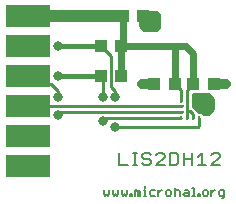
<source format=gtl>
G75*
%MOIN*%
%OFA0B0*%
%FSLAX25Y25*%
%IPPOS*%
%LPD*%
%AMOC8*
5,1,8,0,0,1.08239X$1,22.5*
%
%ADD10C,0.00500*%
%ADD11C,0.00800*%
%ADD12R,0.04134X0.04252*%
%ADD13R,0.15000X0.07600*%
%ADD14R,0.03937X0.04331*%
%ADD15R,0.00984X0.01378*%
%ADD16R,0.01378X0.00984*%
%ADD17C,0.03175*%
%ADD18C,0.01000*%
%ADD19C,0.03200*%
%ADD20C,0.04000*%
%ADD21C,0.02400*%
%ADD22C,0.01600*%
D10*
X0045750Y0007500D02*
X0046200Y0007050D01*
X0046651Y0007500D01*
X0047101Y0007050D01*
X0047552Y0007500D01*
X0047552Y0008852D01*
X0048697Y0008852D02*
X0048697Y0007500D01*
X0049147Y0007050D01*
X0049597Y0007500D01*
X0050048Y0007050D01*
X0050498Y0007500D01*
X0050498Y0008852D01*
X0051643Y0008852D02*
X0051643Y0007500D01*
X0052093Y0007050D01*
X0052544Y0007500D01*
X0052994Y0007050D01*
X0053445Y0007500D01*
X0053445Y0008852D01*
X0054590Y0007500D02*
X0055040Y0007500D01*
X0055040Y0007050D01*
X0054590Y0007050D01*
X0054590Y0007500D01*
X0056063Y0007050D02*
X0056063Y0008852D01*
X0056513Y0008852D01*
X0056964Y0008401D01*
X0057414Y0008852D01*
X0057864Y0008401D01*
X0057864Y0007050D01*
X0056964Y0007050D02*
X0056964Y0008401D01*
X0059009Y0008852D02*
X0059460Y0008852D01*
X0059460Y0007050D01*
X0059910Y0007050D02*
X0059009Y0007050D01*
X0060974Y0007500D02*
X0061424Y0007050D01*
X0062775Y0007050D01*
X0063920Y0007050D02*
X0063920Y0008852D01*
X0064821Y0008852D02*
X0065271Y0008852D01*
X0064821Y0008852D02*
X0063920Y0007951D01*
X0062775Y0008852D02*
X0061424Y0008852D01*
X0060974Y0008401D01*
X0060974Y0007500D01*
X0059460Y0009752D02*
X0059460Y0010203D01*
X0066376Y0008401D02*
X0066376Y0007500D01*
X0066826Y0007050D01*
X0067727Y0007050D01*
X0068177Y0007500D01*
X0068177Y0008401D01*
X0067727Y0008852D01*
X0066826Y0008852D01*
X0066376Y0008401D01*
X0069322Y0008401D02*
X0069773Y0008852D01*
X0070673Y0008852D01*
X0071124Y0008401D01*
X0071124Y0007050D01*
X0072269Y0007500D02*
X0072719Y0007951D01*
X0074070Y0007951D01*
X0074070Y0008401D02*
X0074070Y0007050D01*
X0072719Y0007050D01*
X0072269Y0007500D01*
X0072719Y0008852D02*
X0073620Y0008852D01*
X0074070Y0008401D01*
X0075215Y0007050D02*
X0076116Y0007050D01*
X0075666Y0007050D02*
X0075666Y0009752D01*
X0075215Y0009752D01*
X0077180Y0007500D02*
X0077630Y0007500D01*
X0077630Y0007050D01*
X0077180Y0007050D01*
X0077180Y0007500D01*
X0078653Y0007500D02*
X0079103Y0007050D01*
X0080004Y0007050D01*
X0080454Y0007500D01*
X0080454Y0008401D01*
X0080004Y0008852D01*
X0079103Y0008852D01*
X0078653Y0008401D01*
X0078653Y0007500D01*
X0081599Y0007050D02*
X0081599Y0008852D01*
X0082500Y0008852D02*
X0082950Y0008852D01*
X0082500Y0008852D02*
X0081599Y0007951D01*
X0084055Y0008401D02*
X0084055Y0007500D01*
X0084505Y0007050D01*
X0085856Y0007050D01*
X0085856Y0006600D02*
X0085406Y0006149D01*
X0084955Y0006149D01*
X0085856Y0006600D02*
X0085856Y0008852D01*
X0084505Y0008852D01*
X0084055Y0008401D01*
X0069322Y0009752D02*
X0069322Y0007050D01*
X0045750Y0007500D02*
X0045750Y0008852D01*
D11*
X0050900Y0017200D02*
X0053702Y0017200D01*
X0055504Y0017200D02*
X0056905Y0017200D01*
X0056205Y0017200D02*
X0056205Y0021404D01*
X0056905Y0021404D02*
X0055504Y0021404D01*
X0058573Y0020703D02*
X0058573Y0020002D01*
X0059274Y0019302D01*
X0060675Y0019302D01*
X0061376Y0018601D01*
X0061376Y0017901D01*
X0060675Y0017200D01*
X0059274Y0017200D01*
X0058573Y0017901D01*
X0058573Y0020703D02*
X0059274Y0021404D01*
X0060675Y0021404D01*
X0061376Y0020703D01*
X0063177Y0020703D02*
X0063878Y0021404D01*
X0065279Y0021404D01*
X0065980Y0020703D01*
X0065980Y0020002D01*
X0063177Y0017200D01*
X0065980Y0017200D01*
X0067781Y0017200D02*
X0069883Y0017200D01*
X0070583Y0017901D01*
X0070583Y0020703D01*
X0069883Y0021404D01*
X0067781Y0021404D01*
X0067781Y0017200D01*
X0072385Y0017200D02*
X0072385Y0021404D01*
X0072385Y0019302D02*
X0075187Y0019302D01*
X0076989Y0020002D02*
X0078390Y0021404D01*
X0078390Y0017200D01*
X0076989Y0017200D02*
X0079791Y0017200D01*
X0081593Y0017200D02*
X0084395Y0020002D01*
X0084395Y0020703D01*
X0083695Y0021404D01*
X0082293Y0021404D01*
X0081593Y0020703D01*
X0081593Y0017200D02*
X0084395Y0017200D01*
X0075187Y0017200D02*
X0075187Y0021404D01*
X0050900Y0021404D02*
X0050900Y0017200D01*
D12*
X0062555Y0044300D03*
X0069445Y0044300D03*
X0075555Y0044300D03*
X0082445Y0044300D03*
X0058945Y0066800D03*
X0052055Y0066800D03*
D13*
X0020500Y0016800D03*
X0020500Y0026800D03*
X0020500Y0036800D03*
X0020500Y0046800D03*
X0020500Y0056800D03*
X0020500Y0066800D03*
D14*
X0044654Y0056800D03*
X0051346Y0056800D03*
X0051346Y0046800D03*
X0044654Y0046800D03*
D15*
X0071547Y0038654D03*
X0073516Y0038654D03*
X0075484Y0038654D03*
X0077453Y0038654D03*
X0077453Y0032946D03*
X0075484Y0032946D03*
X0073516Y0032946D03*
X0071547Y0032946D03*
D16*
X0071646Y0034816D03*
X0071646Y0036784D03*
X0077354Y0036784D03*
X0077354Y0034816D03*
D17*
X0080500Y0035800D03*
X0080500Y0039300D03*
X0086500Y0044300D03*
X0063000Y0063300D03*
X0063000Y0066800D03*
X0058500Y0044300D03*
X0049500Y0039800D03*
X0045500Y0039800D03*
X0045500Y0031800D03*
X0049500Y0029800D03*
X0030500Y0033800D03*
X0030500Y0039800D03*
X0030500Y0046800D03*
X0030500Y0056800D03*
D18*
X0020500Y0046800D02*
X0023000Y0044300D01*
X0028000Y0044300D01*
X0030500Y0041800D01*
X0030500Y0039800D01*
X0031516Y0034816D02*
X0030500Y0033800D01*
X0031516Y0034816D02*
X0071646Y0034816D01*
X0073516Y0035300D02*
X0074500Y0035300D01*
X0075500Y0034300D01*
X0075484Y0034284D01*
X0075484Y0032946D01*
X0073516Y0032946D02*
X0073516Y0035300D01*
X0073516Y0038654D01*
X0073516Y0042261D01*
X0075555Y0044300D01*
X0071547Y0042198D02*
X0069445Y0044300D01*
X0071547Y0042198D02*
X0071547Y0038654D01*
X0071646Y0036784D02*
X0020500Y0036784D01*
X0020500Y0036800D01*
X0044654Y0046800D02*
X0045500Y0045954D01*
X0045500Y0039800D01*
X0049500Y0039800D02*
X0049500Y0041800D01*
X0048000Y0043300D01*
X0048000Y0053454D01*
X0044654Y0056800D01*
X0046646Y0032946D02*
X0045500Y0031800D01*
X0046646Y0032946D02*
X0071547Y0032946D01*
X0075598Y0036748D02*
X0082000Y0036748D01*
X0082000Y0035800D02*
X0080500Y0034300D01*
X0079118Y0034300D01*
X0078483Y0034935D01*
X0077300Y0034935D01*
X0077300Y0035046D01*
X0076300Y0036046D01*
X0075316Y0037030D01*
X0075316Y0040800D01*
X0080500Y0040800D01*
X0082000Y0039300D01*
X0082000Y0035800D01*
X0081949Y0035749D02*
X0076596Y0035749D01*
X0078667Y0034751D02*
X0080951Y0034751D01*
X0082000Y0037746D02*
X0075316Y0037746D01*
X0075316Y0038745D02*
X0082000Y0038745D01*
X0081557Y0039743D02*
X0075316Y0039743D01*
X0075316Y0040742D02*
X0080558Y0040742D01*
X0077453Y0032946D02*
X0077453Y0030253D01*
X0077000Y0029800D01*
X0049500Y0029800D01*
D19*
X0058500Y0044300D02*
X0062555Y0044300D01*
X0082445Y0044300D02*
X0086500Y0044300D01*
X0063000Y0063300D02*
X0060000Y0063300D01*
X0060000Y0066300D01*
X0059000Y0066800D02*
X0063000Y0066800D01*
X0063000Y0063300D01*
X0059500Y0063300D01*
X0059000Y0063800D01*
X0059000Y0066800D01*
X0058945Y0066800D01*
D20*
X0052055Y0066800D02*
X0020500Y0066800D01*
D21*
X0051346Y0056800D02*
X0051346Y0046800D01*
X0051346Y0056800D02*
X0069500Y0056800D01*
X0073000Y0056800D01*
X0075555Y0054245D01*
X0075555Y0044300D01*
X0069445Y0044300D02*
X0069445Y0055355D01*
X0069500Y0056800D01*
X0052055Y0057509D02*
X0052055Y0066800D01*
X0052055Y0057509D02*
X0051346Y0056800D01*
D22*
X0044654Y0056800D02*
X0030500Y0056800D01*
X0030500Y0046800D02*
X0044654Y0046800D01*
M02*

</source>
